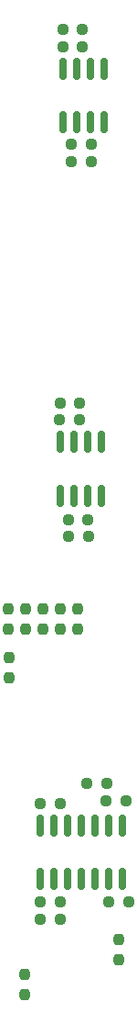
<source format=gbr>
%TF.GenerationSoftware,KiCad,Pcbnew,6.0.11+dfsg-1~bpo11+1*%
%TF.CreationDate,2023-12-01T17:46:12+08:00*%
%TF.ProjectId,MiniAttenuMix v0.3 - Main,4d696e69-4174-4746-956e-754d69782076,v0.3*%
%TF.SameCoordinates,Original*%
%TF.FileFunction,Paste,Bot*%
%TF.FilePolarity,Positive*%
%FSLAX46Y46*%
G04 Gerber Fmt 4.6, Leading zero omitted, Abs format (unit mm)*
G04 Created by KiCad (PCBNEW 6.0.11+dfsg-1~bpo11+1) date 2023-12-01 17:46:12*
%MOMM*%
%LPD*%
G01*
G04 APERTURE LIST*
G04 Aperture macros list*
%AMRoundRect*
0 Rectangle with rounded corners*
0 $1 Rounding radius*
0 $2 $3 $4 $5 $6 $7 $8 $9 X,Y pos of 4 corners*
0 Add a 4 corners polygon primitive as box body*
4,1,4,$2,$3,$4,$5,$6,$7,$8,$9,$2,$3,0*
0 Add four circle primitives for the rounded corners*
1,1,$1+$1,$2,$3*
1,1,$1+$1,$4,$5*
1,1,$1+$1,$6,$7*
1,1,$1+$1,$8,$9*
0 Add four rect primitives between the rounded corners*
20,1,$1+$1,$2,$3,$4,$5,0*
20,1,$1+$1,$4,$5,$6,$7,0*
20,1,$1+$1,$6,$7,$8,$9,0*
20,1,$1+$1,$8,$9,$2,$3,0*%
G04 Aperture macros list end*
%ADD10RoundRect,0.237500X0.250000X0.237500X-0.250000X0.237500X-0.250000X-0.237500X0.250000X-0.237500X0*%
%ADD11RoundRect,0.150000X-0.150000X0.825000X-0.150000X-0.825000X0.150000X-0.825000X0.150000X0.825000X0*%
%ADD12RoundRect,0.237500X-0.250000X-0.237500X0.250000X-0.237500X0.250000X0.237500X-0.250000X0.237500X0*%
%ADD13RoundRect,0.237500X-0.237500X0.250000X-0.237500X-0.250000X0.237500X-0.250000X0.237500X0.250000X0*%
%ADD14RoundRect,0.237500X0.237500X-0.250000X0.237500X0.250000X-0.237500X0.250000X-0.237500X-0.250000X0*%
G04 APERTURE END LIST*
D10*
%TO.C,R16*%
X152602500Y-124500000D03*
X150777500Y-124500000D03*
%TD*%
D11*
%TO.C,U1*%
X152890000Y-56774076D03*
X154160000Y-56774076D03*
X155430000Y-56774076D03*
X156700000Y-56774076D03*
X156700000Y-61724076D03*
X155430000Y-61724076D03*
X154160000Y-61724076D03*
X152890000Y-61724076D03*
%TD*%
D10*
%TO.C,R18*%
X152602500Y-133600000D03*
X150777500Y-133600000D03*
%TD*%
D12*
%TO.C,R1*%
X152832500Y-53149076D03*
X154657500Y-53149076D03*
%TD*%
D13*
%TO.C,R11*%
X149400000Y-106587500D03*
X149400000Y-108412500D03*
%TD*%
D10*
%TO.C,R9*%
X155172400Y-98327600D03*
X153347400Y-98327600D03*
%TD*%
D12*
%TO.C,R4*%
X153372400Y-99902600D03*
X155197400Y-99902600D03*
%TD*%
%TO.C,R17*%
X150777500Y-135200000D03*
X152602500Y-135200000D03*
%TD*%
%TO.C,R22*%
X157097500Y-133590000D03*
X158922500Y-133590000D03*
%TD*%
D10*
%TO.C,R7*%
X155457500Y-63774076D03*
X153632500Y-63774076D03*
%TD*%
D13*
%TO.C,R13*%
X152600000Y-106587500D03*
X152600000Y-108412500D03*
%TD*%
D12*
%TO.C,R3*%
X152587500Y-87652600D03*
X154412500Y-87652600D03*
%TD*%
%TO.C,R10*%
X156877500Y-124300000D03*
X158702500Y-124300000D03*
%TD*%
D13*
%TO.C,R21*%
X149300000Y-140287500D03*
X149300000Y-142112500D03*
%TD*%
D10*
%TO.C,R6*%
X154657500Y-54749076D03*
X152832500Y-54749076D03*
%TD*%
D13*
%TO.C,R12*%
X151000000Y-106587500D03*
X151000000Y-108412500D03*
%TD*%
D10*
%TO.C,R8*%
X154382400Y-89177600D03*
X152557400Y-89177600D03*
%TD*%
D13*
%TO.C,R14*%
X154200000Y-106587500D03*
X154200000Y-108412500D03*
%TD*%
D14*
%TO.C,R19*%
X147828000Y-112926500D03*
X147828000Y-111101500D03*
%TD*%
D11*
%TO.C,U2*%
X152614900Y-91202600D03*
X153884900Y-91202600D03*
X155154900Y-91202600D03*
X156424900Y-91202600D03*
X156424900Y-96152600D03*
X155154900Y-96152600D03*
X153884900Y-96152600D03*
X152614900Y-96152600D03*
%TD*%
D13*
%TO.C,R20*%
X158000000Y-137087500D03*
X158000000Y-138912500D03*
%TD*%
D11*
%TO.C,U3*%
X150780000Y-126550000D03*
X152050000Y-126550000D03*
X153320000Y-126550000D03*
X154590000Y-126550000D03*
X155860000Y-126550000D03*
X157130000Y-126550000D03*
X158400000Y-126550000D03*
X158400000Y-131500000D03*
X157130000Y-131500000D03*
X155860000Y-131500000D03*
X154590000Y-131500000D03*
X153320000Y-131500000D03*
X152050000Y-131500000D03*
X150780000Y-131500000D03*
%TD*%
D13*
%TO.C,R15*%
X147800000Y-106587500D03*
X147800000Y-108412500D03*
%TD*%
D12*
%TO.C,R2*%
X153632500Y-65349076D03*
X155457500Y-65349076D03*
%TD*%
%TO.C,R5*%
X155087500Y-122700000D03*
X156912500Y-122700000D03*
%TD*%
M02*

</source>
